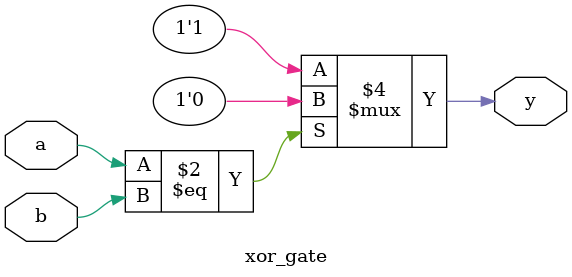
<source format=v>
`timescale 1ns / 1ps

//gate level modelling
/*module xor_gate(input a,b,output y);
xor(y,a,b);
endmodule

//data flow modelling 
module xor_gate(input a,b,output y);
assign y=a^b; 
endmodule*/

//behavioral modelling
module xor_gate(input a,b,output reg y);
always@(a,b)
begin
if(a==b) 
y=1'b0;
else
y=1'b1;
end
endmodule 
</source>
